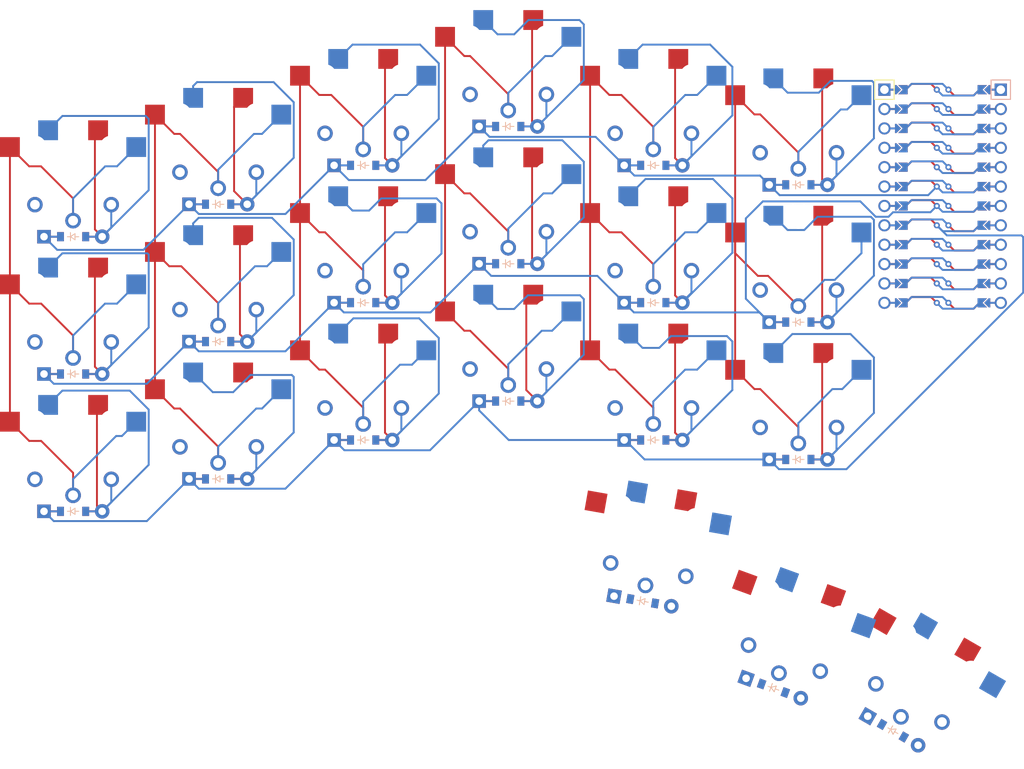
<source format=kicad_pcb>
(kicad_pcb (version 20211014) (generator pcbnew)
  (title_block (title "polarBoard") (rev "v1.0.0") (company "Unknown"))
  (layers (0 "F.Cu" signal) (31 "B.Cu" signal) (34 "B.Paste" user) (35 "F.Paste" user) (36 "B.SilkS" user "B.Silkscreen") (37 "F.SilkS" user "F.Silkscreen") (38 "B.Mask" user) (39 "F.Mask" user) (44 "Edge.Cuts" user))
  (net 0 "")
  (net 1 "pinkyreach_bottom")
  (net 2 "P21")
  (net 3 "P5")
  (net 4 "pinkyreach_home")
  (net 5 "P4")
  (net 6 "pinkyreach_top")
  (net 7 "P3")
  (net 8 "pinky_bottom")
  (net 9 "P20")
  (net 10 "pinky_home")
  (net 11 "pinky_top")
  (net 12 "ring_bottom")
  (net 13 "P19")
  (net 14 "ring_home")
  (net 15 "ring_top")
  (net 16 "middle_bottom")
  (net 17 "P18")
  (net 18 "middle_home")
  (net 19 "middle_top")
  (net 20 "index_bottom")
  (net 21 "P15")
  (net 22 "index_home")
  (net 23 "index_top")
  (net 24 "inner_bottom")
  (net 25 "P14")
  (net 26 "inner_home")
  (net 27 "inner_top")
  (net 28 "inner_default")
  (net 29 "P6")
  (net 30 "tucky_default")
  (net 31 "reachy_default")
  (net 32 "RAW")
  (net 33 "GND")
  (net 34 "RST")
  (net 35 "VCC")
  (net 36 "P16")
  (net 37 "P10")
  (net 38 "P1")
  (net 39 "P0")
  (net 40 "P2")
  (net 41 "P7")
  (net 42 "P8")
  (net 43 "P9")
  (footprint "PG1350" (layer "F.Cu") (at 19 -22.25 180)
    (fp_text reference "S10" hide)
    (fp_text value "" hide)
  )
  (footprint "PG1350" (layer "F.Cu") (at 38 -27.35)
    (fp_text reference "S15" hide)
    (fp_text value "" hide)
  )
  (footprint "ComboDiode" (layer "F.Cu") (at 95 -16.8)
    (fp_text reference "D17" hide)
    (fp_text value "" hide)
  )
  (footprint "ComboDiode" (layer "F.Cu") (at 19 3.75)
    (fp_text reference "D4" hide)
    (fp_text value "" hide)
  )
  (footprint "ComboDiode" (layer "F.Cu") (at 0 -28)
    (fp_text reference "D3" hide)
    (fp_text value "" hide)
  )
  (footprint "PG1350" (layer "F.Cu") (at 38 -45.35)
    (fp_text reference "S17" hide)
    (fp_text value "" hide)
  )
  (footprint "PG1350" (layer "F.Cu") (at 111.391942 29.828795 150)
    (fp_text reference "S42" hide)
    (fp_text value "" hide)
  )
  (footprint "PG1350" (layer "F.Cu") (at 76 11.9 -10)
    (fp_text reference "S37" hide)
    (fp_text value "" hide)
  )
  (footprint "ProMicro" (layer "F.Cu") (at 113.9 -33.3 -90)
    (fp_text reference "MCU1" hide)
    (fp_text value "")
  )
  (footprint "ComboDiode" (layer "F.Cu") (at 38 -37.35)
    (fp_text reference "D9" hide)
    (fp_text value "" hide)
  )
  (footprint "ComboDiode" (layer "F.Cu") (at 19 -32.25)
    (fp_text reference "D6" hide)
    (fp_text value "" hide)
  )
  (footprint "PG1350" (layer "F.Cu") (at 76 -45.35 180)
    (fp_text reference "S30" hide)
    (fp_text value "" hide)
  )
  (footprint "PG1350" (layer "F.Cu") (at 94.477475 23.672432 160)
    (fp_text reference "S40" hide)
    (fp_text value "" hide)
  )
  (footprint "PG1350" (layer "F.Cu") (at 111.391942 29.828795 -30)
    (fp_text reference "S41" hide)
    (fp_text value "" hide)
  )
  (footprint "PG1350" (layer "F.Cu") (at 95 -6.8)
    (fp_text reference "S31" hide)
    (fp_text value "" hide)
  )
  (footprint "PG1350" (layer "F.Cu") (at 95 -42.8 180)
    (fp_text reference "S36" hide)
    (fp_text value "" hide)
  )
  (footprint "PG1350" (layer "F.Cu") (at 76 -9.35)
    (fp_text reference "S25" hide)
    (fp_text value "" hide)
  )
  (footprint "ComboDiode" (layer "F.Cu") (at 0 8)
    (fp_text reference "D1" hide)
    (fp_text value "" hide)
  )
  (footprint "PG1350" (layer "F.Cu") (at 95 -24.8)
    (fp_text reference "S33" hide)
    (fp_text value "" hide)
  )
  (footprint "PG1350" (layer "F.Cu") (at 0 -18)
    (fp_text reference "S3" hide)
    (fp_text value "" hide)
  )
  (footprint "PG1350" (layer "F.Cu") (at 38 -9.35)
    (fp_text reference "S13" hide)
    (fp_text value "" hide)
  )
  (footprint "PG1350" (layer "F.Cu") (at 19 -22.25)
    (fp_text reference "S9" hide)
    (fp_text value "" hide)
  )
  (footprint "PG1350" (layer "F.Cu") (at 57 -50.45 180)
    (fp_text reference "S24" hide)
    (fp_text value "" hide)
  )
  (footprint "ComboDiode" (layer "F.Cu") (at 76 -1.35)
    (fp_text reference "D13" hide)
    (fp_text value "" hide)
  )
  (footprint "ComboDiode" (layer "F.Cu") (at 91.741314 31.189973 -20)
    (fp_text reference "D20" hide)
    (fp_text value "" hide)
  )
  (footprint "PG1350" (layer "F.Cu") (at 95 -24.8 180)
    (fp_text reference "S34" hide)
    (fp_text value "" hide)
  )
  (footprint "PG1350" (layer "F.Cu") (at 38 -45.35 180)
    (fp_text reference "S18" hide)
    (fp_text value "" hide)
  )
  (footprint "PG1350" (layer "F.Cu") (at 57 -32.45)
    (fp_text reference "S21" hide)
    (fp_text value "" hide)
  )
  (footprint "PG1350" (layer "F.Cu") (at 0 0 180)
    (fp_text reference "S2" hide)
    (fp_text value "" hide)
  )
  (footprint "ComboDiode" (layer "F.Cu") (at 38 -19.35)
    (fp_text reference "D8" hide)
    (fp_text value "" hide)
  )
  (footprint "PG1350" (layer "F.Cu") (at 19 -4.25 180)
    (fp_text reference "S8" hide)
    (fp_text value "" hide)
  )
  (footprint "ComboDiode" (layer "F.Cu") (at 57 -6.45)
    (fp_text reference "D10" hide)
    (fp_text value "" hide)
  )
  (footprint "PG1350" (layer "F.Cu") (at 19 -40.25 180)
    (fp_text reference "S12" hide)
    (fp_text value "" hide)
  )
  (footprint "ComboDiode" (layer "F.Cu") (at 107.391942 36.756998 -30)
    (fp_text reference "D21" hide)
    (fp_text value "" hide)
  )
  (footprint "ComboDiode" (layer "F.Cu") (at 76 -37.35)
    (fp_text reference "D15" hide)
    (fp_text value "" hide)
  )
  (footprint "PG1350" (layer "F.Cu") (at 0 -36 180)
    (fp_text reference "S6" hide)
    (fp_text value "" hide)
  )
  (footprint "ComboDiode" (layer "F.Cu") (at 0 -10)
    (fp_text reference "D2" hide)
    (fp_text value "" hide)
  )
  (footprint "PG1350" (layer "F.Cu") (at 57 -32.45 180)
    (fp_text reference "S22" hide)
    (fp_text value "" hide)
  )
  (footprint "PG1350" (layer "F.Cu") (at 57 -50.45)
    (fp_text reference "S23" hide)
    (fp_text value "" hide)
  )
  (footprint "PG1350" (layer "F.Cu") (at 0 0)
    (fp_text reference "S1" hide)
    (fp_text value "" hide)
  )
  (footprint "PG1350" (layer "F.Cu") (at 94.477475 23.672432 -20)
    (fp_text reference "S39" hide)
    (fp_text value "" hide)
  )
  (footprint "ComboDiode" (layer "F.Cu") (at 76 -19.35)
    (fp_text reference "D14" hide)
    (fp_text value "" hide)
  )
  (footprint "ComboDiode" (layer "F.Cu") (at 19 -14.25)
    (fp_text reference "D5" hide)
    (fp_text value "" hide)
  )
  (footprint "PG1350" (layer "F.Cu") (at 57 -14.45)
    (fp_text reference "S19" hide)
    (fp_text value "" hide)
  )
  (footprint "PG1350" (layer "F.Cu") (at 95 -6.8 180)
    (fp_text reference "S32" hide)
    (fp_text value "" hide)
  )
  (footprint "PG1350" (layer "F.Cu") (at 76 -27.35)
    (fp_text reference "S27" hide)
    (fp_text value "" hide)
  )
  (footprint "ComboDiode" (layer "F.Cu") (at 95 -34.8)
    (fp_text reference "D18" hide)
    (fp_text value "" hide)
  )
  (footprint "PG1350" (layer "F.Cu") (at 38 -9.35 180)
    (fp_text reference "S14" hide)
    (fp_text value "" hide)
  )
  (footprint "PG1350" (layer "F.Cu") (at 76 -45.35)
    (fp_text reference "S29" hide)
    (fp_text value "" hide)
  )
  (footprint "PG1350" (layer "F.Cu") (at 19 -40.25)
    (fp_text reference "S11" hide)
    (fp_text value "" hide)
  )
  (footprint "ComboDiode" (layer "F.Cu") (at 95 1.2)
    (fp_text reference "D16" hide)
    (fp_text value "" hide)
  )
  (footprint "PG1350" (layer "F.Cu") (at 0 -18 180)
    (fp_text reference "S4" hide)
    (fp_text value "" hide)
  )
  (footprint "PG1350" (layer "F.Cu") (at 76 11.9 170)
    (fp_text reference "S38" hide)
    (fp_text value "" hide)
  )
  (footprint "PG1350" (layer "F.Cu") (at 95 -42.8)
    (fp_text reference "S35" hide)
    (fp_text value "" hide)
  )
  (footprint "PG1350" (layer "F.Cu") (at 76 -9.35 180)
    (fp_text reference "S26" hide)
    (fp_text value "" hide)
  )
  (footprint "ComboDiode" (layer "F.Cu") (at 74.610815 19.778462 -10)
    (fp_text reference "D19" hide)
    (fp_text value "" hide)
  )
  (footprint "PG1350" (layer "F.Cu") (at 0 -36)
    (fp_text reference "S5" hide)
    (fp_text value "" hide)
  )
  (footprint "ComboDiode" (layer "F.Cu") (at 57 -42.45)
    (fp_text reference "D12" hide)
    (fp_text value "" hide)
  )
  (footprint "PG1350" (layer "F.Cu") (at 57 -14.45 180)
    (fp_text reference "S20" hide)
    (fp_text value "" hide)
  )
  (footprint "PG1350" (layer "F.Cu") (at 76 -27.35 180)
    (fp_text reference "S28" hide)
    (fp_text value "" hide)
  )
  (footprint "PG1350" (layer "F.Cu") (at 38 -27.35 180)
    (fp_text reference "S16" hide)
    (fp_text value "" hide)
  )
  (footprint "PG1350" (layer "F.Cu") (at 19 -4.25)
    (fp_text reference "S7" hide)
    (fp_text value "" hide)
  )
  (footprint "ComboDiode" (layer "F.Cu") (at 38 -1.35)
    (fp_text reference "D7" hide)
    (fp_text value "" hide)
  )
  (footprint "ComboDiode" (layer "F.Cu") (at 57 -24.45)
    (fp_text reference "D11" hide)
    (fp_text value "" hide)
  )
  (segment (start 3.124999 7.314999) (end 3.81 8) (width 0.25) (layer "F.Cu") (net 1))
  (segment (start 3.275 -5.95) (end 3.124999 -5.799999) (width 0.25) (layer "F.Cu") (net 1))
  (segment (start 3.124999 -5.799999) (end 3.124999 7.314999) (width 0.25) (layer "F.Cu") (net 1))
  (segment (start 3.81 8) (end 1.65 8) (width 0.25) (layer "F.Cu") (net 1))
  (segment (start -1.399999 -7.825001) (end 7.414999 -7.825001) (width 0.25) (layer "B.Cu") (net 1))
  (segment (start 5 3.8) (end 5 6.81) (width 0.25) (layer "B.Cu") (net 1))
  (segment (start 7.414999 -7.825001) (end 9.9 -5.34) (width 0.25) (layer "B.Cu") (net 1))
  (segment (start 9.9 1.91) (end 3.81 8) (width 0.25) (layer "B.Cu") (net 1))
  (segment (start -3.275 -5.95) (end -1.399999 -7.825001) (width 0.25) (layer "B.Cu") (net 1))
  (segment (start 3.81 8) (end 1.65 8) (width 0.25) (layer "B.Cu") (net 1))
  (segment (start 5 6.81) (end 3.81 8) (width 0.25) (layer "B.Cu") (net 1))
  (segment (start 9.9 -5.34) (end 9.9 1.91) (width 0.25) (layer "B.Cu") (net 1))
  (segment (start -8.275 -39.75) (end -5.750901 -37.225901) (width 0.25) (layer "F.Cu") (net 2))
  (segment (start -8.275 -21.75) (end -8.275 -3.75) (width 0.25) (layer "F.Cu") (net 2))
  (segment (start -5.750901 -37.225901) (end -4.205901 -37.225901) (width 0.25) (layer "F.Cu") (net 2))
  (segment (start -5.750901 -1.225901) (end -4.180902 -1.225901) (width 0.25) (layer "F.Cu") (net 2))
  (segment (start 0 2.955001) (end 0 5.9) (width 0.25) (layer "F.Cu") (net 2))
  (segment (start -4.205901 -37.225901) (end 0 -33.02) (width 0.25) (layer "F.Cu") (net 2))
  (segment (start -4.180902 -19.225901) (end 0 -15.044999) (width 0.25) (layer "F.Cu") (net 2))
  (segment (start -8.275 -21.75) (end -5.750901 -19.225901) (width 0.25) (layer "F.Cu") (net 2))
  (segment (start 0 -33.02) (end 0 -30.1) (width 0.25) (layer "F.Cu") (net 2))
  (segment (start -4.180902 -1.225901) (end 0 2.955001) (width 0.25) (layer "F.Cu") (net 2))
  (segment (start -5.750901 -19.225901) (end -4.180902 -19.225901) (width 0.25) (layer "F.Cu") (net 2))
  (segment (start 0 -15.044999) (end 0 -12.1) (width 0.25) (layer "F.Cu") (net 2))
  (segment (start -8.275 -39.75) (end -8.275 -21.75) (width 0.25) (layer "F.Cu") (net 2))
  (segment (start -8.275 -3.75) (end -5.750901 -1.225901) (width 0.25) (layer "F.Cu") (net 2))
  (segment (start 0 -15.044999) (end 0 -12.1) (width 0.25) (layer "B.Cu") (net 2))
  (segment (start 4.205901 -37.225901) (end 0 -33.02) (width 0.25) (layer "B.Cu") (net 2))
  (segment (start 5.750901 -19.225901) (end 4.180902 -19.225901) (width 0.25) (layer "B.Cu") (net 2))
  (segment (start 8.275 -39.75) (end 5.750901 -37.225901) (width 0.25) (layer "B.Cu") (net 2))
  (segment (start 8.275 -3.75) (end 6.399999 -1.874999) (width 0.25) (layer "B.Cu") (net 2))
  (segment (start 4.180902 -19.225901) (end 0 -15.044999) (width 0.25) (layer "B.Cu") (net 2))
  (segment (start 5.641313 -1.874999) (end 0 3.766314) (width 0.25) (layer "B.Cu") (net 2))
  (segment (start 8.275 -21.75) (end 5.750901 -19.225901) (width 0.25) (layer "B.Cu") (net 2))
  (segment (start 6.399999 -1.874999) (end 5.641313 -1.874999) (width 0.25) (layer "B.Cu") (net 2))
  (segment (start 0 3.766314) (end 0 5.9) (width 0.25) (layer "B.Cu") (net 2))
  (segment (start 0 -33.02) (end 0 -30.1) (width 0.25) (layer "B.Cu") (net 2))
  (segment (start 5.750901 -37.225901) (end 4.205901 -37.225901) (width 0.25) (layer "B.Cu") (net 2))
  (segment (start 74.35 -1.35) (end 72.19 -1.35) (width 0.25) (layer "F.Cu") (net 3))
  (segment (start 55.35 -6.45) (end 53.19 -6.45) (width 0.25) (layer "F.Cu") (net 3))
  (segment (start 36.35 -1.35) (end 34.19 -1.35) (width 0.25) (layer "F.Cu") (net 3))
  (segment (start -1.65 8) (end -3.81 8) (width 0.25) (layer "F.Cu") (net 3))
  (segment (start 93.35 1.2) (end 91.19 1.2) (width 0.25) (layer "F.Cu") (net 3))
  (segment (start 17.35 3.75) (end 15.19 3.75) (width 0.25) (layer "F.Cu") (net 3))
  (segment (start 46.74 0) (end 35.54 0) (width 0.25) (layer "B.Cu") (net 3))
  (segment (start 72.31 -1.35) (end 72.19 -1.35) (width 0.25) (layer "B.Cu") (net 3))
  (segment (start 72.19 -1.35) (end 57.07 -1.35) (width 0.25) (layer "B.Cu") (net 3))
  (segment (start 91.19 1.2) (end 92.4675 2.4775) (width 0.25) (layer "B.Cu") (net 3))
  (segment (start 53.19 -6.45) (end 46.74 0) (width 0.25) (layer "B.Cu") (net 3))
  (segment (start 16.4675 5.0275) (end 27.8125 5.0275) (width 0.25) (layer "B.Cu") (net 3))
  (segment (start 124.234 -28.166) (end 114.462 -28.166) (width 0.25) (layer "B.Cu") (net 3))
  (segment (start 92.4675 2.4775) (end 101.303491 2.4775) (width 0.25) (layer "B.Cu") (net 3))
  (segment (start -3.81 8) (end -2.5325 9.2775) (width 0.25) (layer "B.Cu") (net 3))
  (segment (start 53.19 -5.23) (end 53.19 -6.45) (width 0.25) (layer "B.Cu") (net 3))
  (segment (start 36.35 -1.35) (end 34.19 -1.35) (width 0.25) (layer "B.Cu") (net 3))
  (segment (start 124.46 -20.679009) (end 124.46 -27.94) (width 0.25) (layer "B.Cu") (net 3))
  (segment (start 35.54 0) (end 34.19 -1.35) (width 0.25) (layer "B.Cu") (net 3))
  (segment (start 114.462 -28.166) (end 113.138 -29.49) (width 0.25) (layer "B.Cu") (net 3))
  (segment (start -1.65 8) (end -3.81 8) (width 0.25) (layer "B.Cu") (net 3))
  (segment (start 74.86 1.2) (end 72.31 -1.35) (width 0.25) (layer "B.Cu") (net 3))
  (segment (start 55.35 -6.45) (end 53.19 -6.45) (width 0.25) (layer "B.Cu") (net 3))
  (segment (start 9.6625 9.2775) (end 15.19 3.75) (width 0.25) (layer "B.Cu") (net 3))
  (segment (start 17.35 3.75) (end 15.19 3.75) (width 0.25) (layer "B.Cu") (net 3))
  (segment (start 101.303491 2.4775) (end 124.46 -20.679009) (width 0.25) (layer "B.Cu") (net 3))
  (segment (start 57.07 -1.35) (end 53.19 -5.23) (width 0.25) (layer "B.Cu") (net 3))
  (segment (start 74.35 -1.35) (end 72.19 -1.35) (width 0.25) (layer "B.Cu") (net 3))
  (segment (start 124.46 -27.94) (end 124.234 -28.166) (width 0.25) (layer "B.Cu") (net 3))
  (segment (start 93.35 1.2) (end 91.19 1.2) (width 0.25) (layer "B.Cu") (net 3))
  (segment (start 15.19 3.75) (end 16.4675 5.0275) (width 0.25) (layer "B.Cu") (net 3))
  (segment (start 27.8125 5.0275) (end 34.19 -1.35) (width 0.25) (layer "B.Cu") (net 3))
  (segment (start 91.19 1.2) (end 74.86 1.2) (width 0.25) (layer "B.Cu") (net 3))
  (segment (start -2.5325 9.2775) (end 9.6625 9.2775) (width 0.25) (layer "B.Cu") (net 3))
  (segment (start 3.275 -23.95) (end 2.8575 -23.5325) (width 0.25) (layer "F.Cu") (net 4))
  (segment (start 2.8575 -23.5325) (end 2.8575 -10.9525) (width 0.25) (layer "F.Cu") (net 4))
  (segment (start 3.81 -10) (end 1.65 -10) (width 0.25) (layer "F.Cu") (net 4))
  (segment (start 2.8575 -10.9525) (end 3.81 -10) (width 0.25) (layer "F.Cu") (net 4))
  (segment (start 5 -14.2) (end 5 -11.19) (width 0.25) (layer "B.Cu") (net 4))
  (segment (start 9.734999 -25.825001) (end 9.9 -25.66) (width 0.25) (layer "B.Cu") (net 4))
  (segment (start -1.399999 -25.825001) (end 9.734999 -25.825001) (width 0.25) (layer "B.Cu") (net 4))
  (segment (start -3.275 -23.95) (end -1.399999 -25.825001) (width 0.25) (layer "B.Cu") (net 4))
  (segment (start 9.9 -25.66) (end 9.9 -16.09) (width 0.25) (layer "B.Cu") (net 4))
  (segment (start 5 -11.19) (end 3.81 -10) (width 0.25) (layer "B.Cu") (net 4))
  (segment (start 9.9 -16.09) (end 3.81 -10) (width 0.25) (layer "B.Cu") (net 4))
  (segment (start 3.81 -10) (end 1.65 -10) (width 0.25) (layer "B.Cu") (net 4))
  (segment (start 55.35 -24.45) (end 53.19 -24.45) (width 0.25) (layer "F.Cu") (net 5))
  (segment (start 34.19 -19.35) (end 36.35 -19.35) (width 0.25) (layer "F.Cu") (net 5))
  (segment (start 74.35 -19.35) (end 72.19 -19.35) (width 0.25) (layer "F.Cu") (net 5))
  (segment (start 17.35 -14.25) (end 15.19 -14.25) (width 0.25) (layer "F.Cu") (net 5))
  (segment (start -1.65 -10) (end -3.81 -10) (width 0.25) (layer "F.Cu") (net 5))
  (segment (start 93.35 -16.8) (end 91.19 -16.8) (width 0.25) (layer "F.Cu") (net 5))
  (segment (start 105.132387 -30.615) (end 103.122386 -32.625001) (width 0.25) (layer "B.Cu") (net 5))
  (segment (start 89.9175 -18.0725) (end 91.19 -16.8) (width 0.25) (layer "B.Cu") (net 5))
  (segment (start 46.8125 -18.0725) (end 53.19 -24.45) (width 0.25) (layer "B.Cu") (net 5))
  (segment (start 74.35 -19.35) (end 72.19 -19.35) (width 0.25) (layer "B.Cu") (net 5))
  (segment (start 17.35 -14.25) (end 15.19 -14.25) (width 0.25) (layer "B.Cu") (net 5))
  (segment (start 93.35 -16.8) (end 91.19 -16.8) (width 0.25) (layer "B.Cu") (net 5))
  (segment (start 34.19 -19.35) (end 35.4675 -18.0725) (width 0.25) (layer "B.Cu") (net 5))
  (segment (start 106.815 -30.615) (end 105.132387 -30.615) (width 0.25) (layer "B.Cu") (net 5))
  (segment (start 9.6625 -8.7225) (end 15.19 -14.25) (width 0.25) (layer "B.Cu") (net 5))
  (segment (start 54.78 -22.86) (end 68.68 -22.86) (width 0.25) (layer "B.Cu") (net 5))
  (segment (start 88.124999 -19.865001) (end 91.19 -16.8) (width 0.25) (layer "B.Cu") (net 5))
  (segment (start 15.19 -14.25) (end 16.4675 -12.9725) (width 0.25) (layer "B.Cu") (net 5))
  (segment (start 88.124999 -30.399999) (end 88.124999 -19.865001) (width 0.25) (layer "B.Cu") (net 5))
  (segment (start 103.122386 -32.625001) (end 90.350001 -32.625001) (width 0.25) (layer "B.Cu") (net 5))
  (segment (start 53.19 -24.45) (end 54.78 -22.86) (width 0.25) (layer "B.Cu") (net 5))
  (segment (start 68.68 -22.86) (end 72.19 -19.35) (width 0.25) (layer "B.Cu") (net 5))
  (segment (start -3.81 -10) (end -2.5325 -8.7225) (width 0.25) (layer "B.Cu") (net 5))
  (segment (start 90.350001 -32.625001) (end 88.124999 -30.399999) (width 0.25) (layer "B.Cu") (net 5))
  (segment (start 36.35 -19.35) (end 34.19 -19.35) (width 0.25) (layer "B.Cu") (net 5))
  (segment (start 112.313 -31.205) (end 107.405 -31.205) (width 0.25) (layer "B.Cu") (net 5))
  (segment (start 55.35 -24.45) (end 53.19 -24.45) (width 0.25) (layer "B.Cu") (net 5))
  (segment (start -1.65 -10) (end -3.81 -10) (width 0.25) (layer "B.Cu") (net 5))
  (segment (start 72.19 -19.35) (end 73.4675 -18.0725) (width 0.25) (layer "B.Cu") (net 5))
  (segment (start 113.138 -32.03) (end 112.313 -31.205) (width 0.25) (layer "B.Cu") (net 5))
  (segment (start 16.4675 -12.9725) (end 27.8125 -12.9725) (width 0.25) (layer "B.Cu") (net 5))
  (segment (start 27.8125 -12.9725) (end 34.19 -19.35) (width 0.25) (layer "B.Cu") (net 5))
  (segment (start -2.5325 -8.7225) (end 9.6625 -8.7225) (width 0.25) (layer "B.Cu") (net 5))
  (segment (start 73.4675 -18.0725) (end 89.9175 -18.0725) (width 0.25) (layer "B.Cu") (net 5))
  (segment (start 107.405 -31.205) (end 106.815 -30.615) (width 0.25) (layer "B.Cu") (net 5))
  (segment (start 35.4675 -18.0725) (end 46.8125 -18.0725) (width 0.25) (layer "B.Cu") (net 5))
  (segment (start 2.8575 -41.5325) (end 2.8575 -28.9525) (width 0.25) (layer "F.Cu") (net 6))
  (segment (start 3.81 -28) (end 1.65 -28) (width 0.25) (layer "F.Cu") (net 6))
  (segment (start 3.275 -41.95) (end 2.8575 -41.5325) (width 0.25) (layer "F.Cu") (net 6))
  (segment (start 2.8575 -28.9525) (end 3.81 -28) (width 0.25) (layer "F.Cu") (net 6))
  (segment (start 3.81 -28) (end 1.65 -28) (width 0.25) (layer "B.Cu") (net 6))
  (segment (start -1.399999 -43.825001) (end 9.514999 -43.825001) (width 0.25) (layer "B.Cu") (net 6))
  (segment (start -3.275 -41.95) (end -1.399999 -43.825001) (width 0.25) (layer "B.Cu") (net 6))
  (segment (start 9.514999 -43.825001) (end 9.9 -43.44) (width 0.25) (layer "B.Cu") (net 6))
  (segment (start 5 -32.2) (end 5 -29.19) (width 0.25) (layer "B.Cu") (net 6))
  (segment (start 9.9 -34.09) (end 3.81 -28) (width 0.25) (layer "B.Cu") (net 6))
  (segment (start 9.9 -43.44) (end 9.9 -34.09) (width 0.25) (layer "B.Cu") (net 6))
  (segment (start 5 -29.19) (end 3.81 -28) (width 0.25) (layer "B.Cu") (net 6))
  (segment (start 55.35 -42.45) (end 53.19 -42.45) (width 0.25) (layer "F.Cu") (net 7))
  (segment (start 17.35 -32.25) (end 15.19 -32.25) (width 0.25) (layer "F.Cu") (net 7))
  (segment (start -1.65 -28) (end -3.81 -28) (width 0.25) (layer "F.Cu") (net 7))
  (segment (start 93.35 -34.8) (end 91.19 -34.8) (width 0.25) (layer "F.Cu") (net 7))
  (segment (start 74.35 -37.35) (end 72.19 -37.35) (width 0.25) (layer "F.Cu") (net 7))
  (segment (start 34.19 -37.35) (end 36.35 -37.35) (width 0.25) (layer "F.Cu") (net 7))
  (segment (start 16.4675 -30.9725) (end 27.8125 -30.9725) (width 0.25) (layer "B.Cu") (net 7))
  (segment (start 89.98 -36.01) (end 91.19 -34.8) (width 0.25) (layer "B.Cu") (net 7))
  (segment (start 36.116651 -35.423349) (end 46.163349 -35.423349) (width 0.25) (layer "B.Cu") (net 7))
  (segment (start 73.53 -36.01) (end 89.98 -36.01) (width 0.25) (layer "B.Cu") (net 7))
  (segment (start 17.35 -32.25) (end 15.19 -32.25) (width 0.25) (layer "B.Cu") (net 7))
  (segment (start 15.19 -32.25) (end 16.4675 -30.9725) (width 0.25) (layer "B.Cu") (net 7))
  (segment (start -1.65 -28) (end -3.81 -28) (width 0.25) (layer "B.Cu") (net 7))
  (segment (start 74.35 -37.35) (end 72.19 -37.35) (width 0.25) (layer "B.Cu") (net 7))
  (segment (start 53.19 -42.45) (end 54.55 -41.09) (width 0.25) (layer "B.Cu") (net 7))
  (segment (start 9.215001 -26.275001) (end 15.19 -32.25) (width 0.25) (layer "B.Cu") (net 7))
  (segment (start 27.8125 -30.9725) (end 34.19 -37.35) (width 0.25) (layer "B.Cu") (net 7))
  (segment (start 54.55 -41.09) (end 68.45 -41.09) (width 0.25) (layer "B.Cu") (net 7))
  (segment (start 92.545 -33.445) (end 112.013 -33.445) (width 0.25) (layer "B.Cu") (net 7))
  (segment (start 36.35 -37.35) (end 34.19 -37.35) (width 0.25) (layer "B.Cu") (net 7))
  (segment (start 112.013 -33.445) (end 113.138 -34.57) (width 0.25) (layer "B.Cu") (net 7))
  (segment (start 72.19 -37.35) (end 73.53 -36.01) (width 0.25) (layer "B.Cu") (net 7))
  (segment (start 46.163349 -35.423349) (end 53.19 -42.45) (width 0.25) (layer "B.Cu") (net 7))
  (segment (start 55.35 -42.45) (end 53.19 -42.45) (width 0.25) (layer "B.Cu") (net 7))
  (segment (start 34.19 -37.35) (end 36.116651 -35.423349) (width 0.25) (layer "B.Cu") (net 7))
  (segment (start -2.085001 -26.275001) (end 9.215001 -26.275001) (width 0.25) (layer "B.Cu") (net 7))
  (segment (start -3.81 -28) (end -2.085001 -26.275001) (width 0.25) (layer "B.Cu") (net 7))
  (segment (start 93.35 -34.8) (end 91.19 -34.8) (width 0.25) (layer "B.Cu") (net 7))
  (segment (start 91.19 -34.8) (end 92.545 -33.445) (width 0.25) (layer "B.Cu") (net 7))
  (segment (start 68.45 -41.09) (end 72.19 -37.35) (width 0.25) (layer "B.Cu") (net 7))
  (segment (start 22.81 3.75) (end 20.65 3.75) (width 0.25) (layer "F.Cu") (net 8))
  (segment (start 24 -0.45) (end 24 2.56) (width 0.25) (layer "B.Cu") (net 8))
  (segment (start 20.968348 -7.62) (end 23.223349 -9.875001) (width 0.25) (layer "B.Cu") (net 8))
  (segment (start 23.223349 -9.875001) (end 28.649999 -9.875001) (width 0.25) (layer "B.Cu") (net 8))
  (segment (start 18.305 -7.62) (end 20.968348 -7.62) (width 0.25) (layer "B.Cu") (net 8))
  (segment (start 28.9 -2.34) (end 22.81 3.75) (width 0.25) (layer "B.Cu") (net 8))
  (segment (start 15.725 -10.2) (end 18.305 -7.62) (width 0.25) (layer "B.Cu") (net 8))
  (segment (start 22.81 3.75) (end 20.65 3.75) (width 0.25) (layer "B.Cu") (net 8))
  (segment (start 28.649999 -9.875001) (end 28.9 -9.625) (width 0.25) (layer "B.Cu") (net 8))
  (segment (start 28.9 -9.625) (end 28.9 -2.34) (width 0.25) (layer "B.Cu") (net 8))
  (segment (start 24 2.56) (end 22.81 3.75) (width 0.25) (layer "B.Cu") (net 8))
  (segment (start 14.17 -24.124999) (end 19 -19.294999) (width 0.25) (layer "F.Cu") (net 9))
  (segment (start 10.725 -44) (end 10.725 -26) (width 0.25) (layer "F.Cu") (net 9))
  (segment (start 13.249099 -5.475901) (end 14.007785 -5.475901) (width 0.25) (layer "F.Cu") (net 9))
  (segment (start 12.600001 -24.124999) (end 14.17 -24.124999) (width 0.25) (layer "F.Cu") (net 9))
  (segment (start 14.007785 -41.475901) (end 19 -36.483686) (width 0.25) (layer "F.Cu") (net 9))
  (segment (start 19 -0.483686) (end 19 1.65) (width 0.25) (layer "F.Cu") (net 9))
  (segment (start 13.249099 -41.475901) (end 14.007785 -41.475901) (width 0.25) (layer "F.Cu") (net 9))
  (segment (start 19 -19.294999) (end 19 -16.35) (width 0.25) (layer "F.Cu") (net 9))
  (segment (start 10.725 -26) (end 12.600001 -24.124999) (width 0.25) (layer "F.Cu") (net 9))
  (segment (start 19 -36.483686) (end 19 -34.35) (width 0.25) (layer "F.Cu") (net 9))
  (segment (start 10.725 -44) (end 13.249099 -41.475901) (width 0.25) (layer "F.Cu") (net 9))
  (segment (start 10.725 -8) (end 13.249099 -5.475901) (width 0.25) (layer "F.Cu") (net 9))
  (segment (start 14.007785 -5.475901) (end 19 -0.483686) (width 0.25) (layer "F.Cu") (net 9))
  (segment (start 10.725 -26) (end 10.725 -8) (width 0.25) (layer "F.Cu") (net 9))
  (segment (start 19 -19.294999) (end 19 -16.35) (width 0.25) (layer "B.Cu") (net 9))
  (segment (start 23.83 -24.124999) (end 19 -19.294999) (width 0.25) (layer "B.Cu") (net 9))
  (segment (start 24.750901 -41.475901) (end 23.695901 -41.475901) (width 0.25) (layer "B.Cu") (net 9))
  (segment (start 27.275 -8) (end 24.750901 -5.475901) (width 0.25) (layer "B.Cu") (net 9))
  (segment (start 27.275 -26) (end 25.399999 -24.124999) (width 0.25) (layer "B.Cu") (net 9))
  (segment (start 27.275 -44) (end 24.750901 -41.475901) (width 0.25) (layer "B.Cu") (net 9))
  (segment (start 23.695901 -41.475901) (end 19 -36.78) (width 0.25) (layer "B.Cu") (net 9))
  (segment (start 25.399999 -24.124999) (end 23.83 -24.124999) (width 0.25) (layer "B.Cu") (net 9))
  (segment (start 23.992215 -5.475901) (end 19 -0.483686) (width 0.25) (layer "B.Cu") (net 9))
  (segment (start 19 -36.78) (end 19 -34.35) (width 0.25) (layer "B.Cu") (net 9))
  (segment (start 19 -0.483686) (end 19 1.65) (width 0.25) (layer "B.Cu") (net 9))
  (segment (start 24.750901 -5.475901) (end 23.992215 -5.475901) (width 0.25) (layer "B.Cu") (net 9))
  (segment (start 21.8575 -15.2025) (end 22.81 -14.25) (width 0.25) (layer "F.Cu") (net 10))
  (segment (start 21.8575 -27.7825) (end 21.8575 -15.2025) (width 0.25) (layer "F.Cu") (net 10))
  (segment (start 22.275 -28.2) (end 21.8575 -27.7825) (width 0.25) (layer "F.Cu") (net 10))
  (segment (start 22.81 -14.25) (end 20.65 -14.25) (width 0.25) (layer "F.Cu") (net 10))
  (segment (start 24 -15.44) (end 22.81 -14.25) (width 0.25) (layer "B.Cu") (net 10))
  (segment (start 15.725 -29.75) (end 16.455 -30.48) (width 0.25) (layer "B.Cu") (net 10))
  (segment (start 26.045 -30.48) (end 28.9 -27.625) (width 0.25) (layer "B.Cu") (net 10))
  (segment (start 15.725 -28.2) (end 15.725 -29.75) (width 0.25) (layer "B.Cu") (net 10))
  (segment (start 28.9 -27.625) (end 28.9 -20.34) (width 0.25) (layer "B.Cu") (net 10))
  (segment (start 24 -18.45) (end 24 -15.44) (width 0.25) (layer "B.Cu") (net 10))
  (segment (start 22.81 -14.25) (end 20.65 -14.25) (width 0.25) (layer "B.Cu") (net 10))
  (segment (start 16.455 -30.48) (end 26.045 -30.48) (width 0.25) (layer "B.Cu") (net 10))
  (segment (start 28.9 -20.34) (end 22.81 -14.25) (width 0.25) (layer "B.Cu") (net 10))
  (segment (start 22.275 -46.2) (end 21.089501 -45.014501) (width 0.25) (layer "F.Cu") (net 11))
  (segment (start 21.089501 -45.014501) (end 21.089501 -33.970499) (width 0.25) (layer "F.Cu") (net 11))
  (segment (start 21.089501 -33.970499) (end 22.81 -32.25) (width 0.25) (layer "F.Cu") (net 11))
  (segment (start 22.81 -32.25) (end 20.65 -32.25) (width 0.25) (layer "F.Cu") (net 11))
  (segment (start 15.725 -46.2) (end 15.725 -47.75) (width 0.25) (layer "B.Cu") (net 11))
  (segment (start 26.265 -48.26) (end 28.9 -45.625) (width 0.25) (layer "B.Cu") (net 11))
  (segment (start 16.235 -48.26) (end 26.265 -48.26) (width 0.25) (layer "B.Cu") (net 11))
  (segment (start 15.725 -47.75) (end 16.235 -48.26) (width 0.25) (layer "B.Cu") (net 11))
  (segment (start 24 -36.45) (end 24 -33.44) (width 0.25) (layer "B.Cu") (net 11))
  (segment (start 22.81 -32.25) (end 20.65 -32.25) (width 0.25) (layer "B.Cu") (net 11))
  (segment (start 28.9 -38.34) (end 22.81 -32.25) (width 0.25) (layer "B.Cu") (net 11))
  (segment (start 24 -33.44) (end 22.81 -32.25) (width 0.25) (layer "B.Cu") (net 11))
  (segment (start 28.9 -45.625) (end 28.9 -38.34) (width 0.25) (layer "B.Cu") (net 11))
  (segment (start 40.8575 -14.8825) (end 40.8575 -2.3025) (width 0.25) (layer "F.Cu") (net 12))
  (segment (start 40.8575 -2.3025) (end 41.81 -1.35) (width 0.25) (layer "F.Cu") (net 12))
  (segment (start 41.275 -15.3) (end 40.8575 -14.8825) (width 0.25) (layer "F.Cu") (net 12))
  (segment (start 41.81 -1.35) (end 39.65 -1.35) (width 0.25) (layer "F.Cu") (net 12))
  (segment (start 36.720001 -17.295001) (end 45.329999 -17.295001) (width 0.25) (layer "B.Cu") (net 12))
  (segment (start 34.725 -15.3) (end 36.720001 -17.295001) (width 0.25) (layer "B.Cu") (net 12))
  (segment (start 43 -5.55) (end 43 -2.54) (width 0.25) (layer "B.Cu") (net 12))
  (segment (start 41.81 -1.35) (end 39.65 -1.35) (width 0.25) (layer "B.Cu") (net 12))
  (segment (start 47.9 -7.44) (end 41.81 -1.35) (width 0.25) (layer "B.Cu") (net 12))
  (segment (start 45.329999 -17.295001) (end 47.9 -14.725) (width 0.25) (layer "B.Cu") (net 12))
  (segment (start 47.9 -14.725) (end 47.9 -7.44) (width 0.25) (layer "B.Cu") (net 12))
  (segment (start 43 -2.54) (end 41.81 -1.35) (width 0.25) (layer "B.Cu") (net 12))
  (segment (start 33.007785 -28.575901) (end 38 -23.583686) (width 0.25) (layer "F.Cu") (net 13))
  (segment (start 38 -42.394999) (end 38 -39.45) (width 0.25) (layer "F.Cu") (net 13))
  (segment (start 32.249099 -28.575901) (end 33.007785 -28.575901) (width 0.25) (layer "F.Cu") (net 13))
  (segment (start 33.819098 -46.575901) (end 38 -42.394999) (width 0.25) (layer "F.Cu") (net 13))
  (segment (start 29.725 -49.1) (end 29.725 -31.1) (width 0.25) (layer "F.Cu") (net 13))
  (segment (start 32.249099 -10.575901) (end 33.007785 -10.575901) (width 0.25) (layer "F.Cu") (net 13))
  (segment (start 29.725 -31.1) (end 29.725 -13.1) (width 0.25) (layer "F.Cu") (net 13))
  (segment (start 29.725 -31.1) (end 32.249099 -28.575901) (width 0.25) (layer "F.Cu") (net 13))
  (segment (start 38 -23.583686) (end 38 -21.45) (width 0.25) (layer "F.Cu") (net 13))
  (segment (start 33.007785 -10.575901) (end 38 -5.583686) (width 0.25) (layer "F.Cu") (net 13))
  (segment (start 38 -5.583686) (end 38 -3.45) (width 0.25) (layer "F.Cu") (net 13))
  (segment (start 29.725 -13.1) (end 32.249099 -10.575901) (width 0.25) (layer "F.Cu") (net 13))
  (segment (start 29.725 -49.1) (end 32.249099 -46.575901) (width 0.25) (layer "F.Cu") (net 13))
  (segment (start 32.249099 -46.575901) (end 33.819098 -46.575901) (width 0.25) (layer "F.Cu") (net 13))
  (segment (start 38 -24.394999) (end 38 -21.45) (width 0.25) (layer "B.Cu") (net 13))
  (segment (start 42.180902 -46.575901) (end 38 -42.394999) (width 0.25) (layer "B.Cu") (net 13))
  (segment (start 43.750901 -46.575901) (end 42.180902 -46.575901) (width 0.25) (layer "B.Cu") (net 13))
  (segment (start 46.275 -13.1) (end 44.399999 -11.224999) (width 0.25) (layer "B.Cu") (net 13))
  (segment (start 44.399999 -11.224999) (end 42.83 -11.224999) (width 0.25) (layer "B.Cu") (net 13))
  (segment (start 38 -6.394999) (end 38 -3.45) (width 0.25) (layer "B.Cu") (net 13))
  (segment (start 42.83 -11.224999) (end 38 -6.394999) (width 0.25) (layer "B.Cu") (net 13))
  (segment (start 43.750901 -28.575901) (end 42.180902 -28.575901) (width 0.25) (layer "B.Cu") (net 13))
  (segment (start 46.275 -31.1) (end 43.750901 -28.575901) (width 0.25) (layer "B.Cu") (net 13))
  (segment (start 38 -42.394999) (end 38 -39.45) (width 0.25) (layer "B.Cu") (net 13))
  (segment (start 42.180902 -28.575901) (end 38 -24.394999) (width 0.25) (layer "B.Cu") (net 13))
  (segment (start 46.275 -49.1) (end 43.750901 -46.575901) (width 0.25) (layer "B.Cu") (net 13))
  (segment (start 41.275 -33.3) (end 40.8575 -32.8825) (width 0.25) (layer "F.Cu") (net 14))
  (segment (start 40.8575 -20.3025) (end 41.81 -19.35) (width 0.25) (layer "F.Cu") (net 14))
  (segment (start 39.65 -19.35) (end 41.81 -19.35) (width 0.25) (layer "F.Cu") (net 14))
  (segment (start 40.8575 -32.8825) (end 40.8575 -20.3025) (width 0.25) (layer "F.Cu") (net 14))
  (segment (start 43 -20.54) (end 41.81 -19.35) (width 0.25) (layer "B.Cu") (net 14))
  (segment (start 41.81 -19.35) (end 39.65 -19.35) (width 0.25) (layer "B.Cu") (net 14))
  (segment (start 43 -23.55) (end 43 -20.54) (width 0.25) (layer "B.Cu") (net 14))
  (segment (start 34.725 -33.3) (end 36.600001 -31.424999) (width 0.25) (layer "B.Cu") (net 14))
  (segment (start 38.776651 -31.424999) (end 40.371652 -33.02) (width 0.25) (layer "B.Cu") (net 14))
  (segment (start 40.371652 -33.02) (end 47.605 -33.02) (width 0.25) (layer "B.Cu") (net 14))
  (segment (start 47.605 -33.02) (end 48.26 -32.365) (width 0.25) (layer "B.Cu") (net 14))
  (segment (start 48.26 -32.365) (end 48.26 -25.8) (width 0.25) (layer "B.Cu") (net 14))
  (segment (start 36.600001 -31.424999) (end 38.776651 -31.424999) (width 0.25) (layer "B.Cu") (net 14))
  (segment (start 48.26 -25.8) (end 41.81 -19.35) (width 0.25) (layer "B.Cu") (net 14))
  (segment (start 39.65 -37.35) (end 41.81 -37.35) (width 0.25) (layer "F.Cu") (net 15))
  (segment (start 40.8575 -38.3025) (end 41.81 -37.35) (width 0.25) (layer "F.Cu") (net 15))
  (segment (start 40.8575 -50.8825) (end 40.8575 -38.3025) (width 0.25) (layer "F.Cu") (net 15))
  (segment (start 41.275 -51.3) (end 40.8575 -50.8825) (width 0.25) (layer "F.Cu") (net 15))
  (segment (start 47.9 -50.725) (end 47.9 -43.44) (width 0.25) (layer "B.Cu") (net 15))
  (segment (start 43 -38.54) (end 41.81 -37.35) (width 0.25) (layer "B.Cu") (net 15))
  (segment (start 36.600001 -53.175001) (end 45.449999 -53.175001) (width 0.25) (layer "B.Cu") (net 15))
  (segment (start 47.9 -43.44) (end 41.81 -37.35) (width 0.25) (layer "B.Cu") (net 15))
  (segment (start 41.81 -37.35) (end 39.65 -37.35) (width 0.25) (layer "B.Cu") (net 15))
  (segment (start 43 -41.55) (end 43 -38.54) (width 0.25) (layer "B.Cu") (net 15))
  (segment (start 45.449999 -53.175001) (end 47.9 -50.725) (width 0.25) (layer "B.Cu") (net 15))
  (segment (start 34.725 -51.3) (end 36.600001 -53.175001) (width 0.25) (layer "B.Cu") (net 15))
  (segment (start 60.275 -20.4) (end 59.365498 -19.490498) (width 0.25) (layer "F.Cu") (net 16))
  (segment (start 60.81 -6.45) (end 58.65 -6.45) (width 0.25) (layer "F.Cu") (net 16))
  (segment (start 59.365498 -7.894502) (end 60.81 -6.45) (width 0.25) (layer "F.Cu") (net 16))
  (segment (start 59.365498 -19.490498) (end 59.365498 -7.894502) (width 0.25) (layer "F.Cu") (net 16))
  (segment (start 60.81 -6.45) (end 58.65 -6.45) (width 0.25) (layer "B.Cu") (net 16))
  (segment (start 55.600001 -18.524999) (end 53.725 -20.4) (width 0.25) (layer "B.Cu") (net 16))
  (segment (start 59.571652 -20.32) (end 57.776651 -18.524999) (width 0.25) (layer "B.Cu") (net 16))
  (segment (start 66.405 -20.32) (end 59.571652 -20.32) (width 0.25) (layer "B.Cu") (net 16))
  (segment (start 66.9 -12.54) (end 60.81 -6.45) (width 0.25) (layer "B.Cu") (net 16))
  (segment (start 62 -10.65) (end 62 -7.64) (width 0.25) (layer "B.Cu") (net 16))
  (segment (start 66.9 -19.825) (end 66.9 -12.54) (width 0.25) (layer "B.Cu") (net 16))
  (segment (start 57.776651 -18.524999) (end 55.600001 -18.524999) (width 0.25) (layer "B.Cu") (net 16))
  (segment (start 66.9 -19.825) (end 66.405 -20.32) (width 0.25) (layer "B.Cu") (net 16))
  (segment (start 62 -7.64) (end 60.81 -6.45) (width 0.25) (layer "B.Cu") (net 16))
  (segment (start 51.249099 -51.675901) (end 52.007785 -51.675901) (width 0.25) (layer "F.Cu") (net 17))
  (segment (start 51.249099 -15.675901) (end 52.007785 -15.675901) (width 0.25) (layer "F.Cu") (net 17))
  (segment (start 48.725 -54.2) (end 51.249099 -51.675901) (width 0.25) (layer "F.Cu") (net 17))
  (segment (start 51.249099 -33.675901) (end 52.007785 -33.675901) (width 0.25) (layer "F.Cu") (net 17))
  (segment (start 48.725 -36.2) (end 48.725 -18.2) (width 0.25) (layer "F.Cu") (net 17))
  (segment (start 52.007785 -51.675901) (end 57 -46.683686) (width 0.25) (layer "F.Cu") (net 17))
  (segment (start 48.725 -36.2) (end 51.249099 -33.675901) (width 0.25) (layer "F.Cu") (net 17))
  (segment (start 52.007785 -33.675901) (end 57 -28.683686) (width 0.25) (layer "F.Cu") (net 17))
  (segment (start 48.725 -18.2) (end 51.249099 -15.675901) (width 0.25) (layer "F.Cu") (net 17))
  (segment (start 57 -10.683686) (end 57 -8.55) (width 0.25) (layer "F.Cu") (net 17))
  (segment (start 48.725 -54.2) (end 48.725 -36.2) (width 0.25) (layer "F.Cu") (net 17))
  (segment (start 57 -28.683686) (end 57 -26.55) (width 0.25) (layer "F.Cu") (net 17))
  (segment (start 57 -46.683686) (end 57 -44.55) (width 0.25) (layer "F.Cu") (net 17))
  (segment (start 52.007785 -15.675901) (end 57 -10.683686) (width 0.25) (layer "F.Cu") (net 17))
  (segment (start 65.275 -36.2) (end 62.750901 -33.675901) (width 0.25) (layer "B.Cu") (net 17))
  (segment (start 65.275 -54.2) (end 62.750901 -51.675901) (width 0.25) (layer "B.Cu") (net 17))
  (segment (start 57 -11.28) (end 57 -8.55) (width 0.25) (layer "B.Cu") (net 17))
  (segment (start 62.750901 -33.675901) (end 61.615901 -33.675901) (width 0.25) (layer "B.Cu") (net 17))
  (segment (start 61.395901 -15.675901) (end 57 -11.28) (width 0.25) (layer "B.Cu") (net 17))
  (segment (start 62.750901 -51.675901) (end 61.835901 -51.675901) (width 0.25) (layer "B.Cu") (net 17))
  (segment (start 57 -29.06) (end 57 -26.55) (width 0.25) (layer "B.Cu") (net 17))
  (segment (start 61.615901 -33.675901) (end 57 -29.06) (width 0.25) (layer "B.Cu") (net 17))
  (segment (start 62.750901 -15.675901) (end 61.395901 -15.675901) (width 0.25) (layer "B.Cu") (net 17))
  (segment (start 65.275 -18.2) (end 62.750901 -15.675901) (width 0.25) (layer "B.Cu") (net 17))
  (segment (start 61.835901 -51.675901) (end 57 -46.84) (width 0.25) (layer "B.Cu") (net 17))
  (segment (start 57 -46.84) (end 57 -44.55) (width 0.25) (layer "B.Cu") (net 17))
  (segment (start 60.124999 -38.249999) (end 60.124999 -25.135001) (width 0.25) (layer "F.Cu") (net 18))
  (segment (start 60.81 -24.45) (end 58.65 -24.45) (width 0.25) (layer "F.Cu") (net 18))
  (segment (start 60.124999 -25.135001) (end 60.81 -24.45) (width 0.25) (layer "F.Cu") (net 18))
  (segment (start 60.275 -38.4) (end 60.124999 -38.249999) (width 0.25) (layer "F.Cu") (net 18))
  (segment (start 53.725 -39.95) (end 54.415 -40.64) (width 0.25) (layer "B.Cu") (net 18))
  (segment (start 62 -28.65) (end 62 -25.64) (width 0.25) (layer "B.Cu") (net 18))
  (segment (start 66.9 -37.825) (end 66.9 -30.54) (width 0.25) (layer "B.Cu") (net 18))
  (segment (start 54.415 -40.64) (end 64.085 -40.64) (width 0.25) (layer "B.Cu") (net 18))
  (segment (start 53.725 -38.4) (end 53.725 -39.95) (width 0.25) (layer "B.Cu") (net 18))
  (segment (start 64.085 -40.64) (end 66.9 -37.825) (width 0.25) (layer "B.Cu") (net 18))
  (segment (start 60.81 -24.45) (end 58.65 -24.45) (width 0.25) (layer "B.Cu") (net 18))
  (segment (start 66.9 -30.54) (end 60.81 -24.45) (width 0.25) (layer "B.Cu") (net 18))
  (segment (start 62 -25.64) (end 60.81 -24.45) (width 0.25) (layer "B.Cu") (net 18))
  (segment (start 60.275 -56.4) (end 60.124999 -56.249999) (width 0.25) (layer "F.Cu") (net 19))
  (segment (start 60.124999 -43.135001) (end 60.81 -42.45) (width 0.25) (layer "F.Cu") (net 19))
  (segment (start 60.124999 -56.249999) (end 60.124999 -43.135001) (width 0.25) (layer "F.Cu") (net 19))
  (segment (start 60.81 -42.45) (end 58.65 -42.45) (width 0.25) (layer "F.Cu") (net 19))
  (segment (start 57.776651 -54.524999) (end 59.651652 -56.4) (width 0.25) (layer "B.Cu") (net 19))
  (segment (start 62 -46.65) (end 62 -43.64) (width 0.25) (layer "B.Cu") (net 19))
  (segment (start 62 -43.64) (end 60.81 -42.45) (width 0.25) (layer "B.Cu") (net 19))
  (segment (start 66.9 -55.825) (end 66.9 -48.54) (width 0.25) (layer "B.Cu") (net 19))
  (segment (start 66.325 -56.4) (end 66.9 -55.825) (width 0.25) (layer "B.Cu") (net 19))
  (segment (start 59.651652 -56.4) (end 66.325 -56.4) (width 0.25) (layer "B.Cu") (net 19))
  (segment (start 60.81 -42.45) (end 58.65 -42.45) (width 0.25) (layer "B.Cu") (net 19))
  (segment (start 66.9 -48.54) (end 60.81 -42.45) (width 0.25) (layer "B.Cu") (net 19))
  (segment (start 53.725 -56.4) (end 55.600001 -54.524999) (width 0.25) (layer "B.Cu") (net 19))
  (segment (start 55.600001 -54.524999) (end 57.776651 -54.524999) (width 0.25) (layer "B.Cu") (net 19))
  (segment (start 79.81 -1.35) (end 77.65 -1.35) (width 0.25) (layer "F.Cu") (net 20))
  (segment (start 79.275 -15.3) (end 78.8575 -14.8825) (width 0.25) (layer "F.Cu") (net 20))
  (segment (start 78.8575 -14.8825) (end 78.8575 -2.3025) (width 0.25) (layer "F.Cu") (net 20))
  (segment (start 78.8575 -2.3025) (end 79.81 -1.35) (width 0.25) (layer "F.Cu") (net 20))
  (segment (start 72.725 -15.3) (end 74.600001 -13.424999) (width 0.25) (layer "B.Cu") (net 20))
  (segment (start 86.36 -7.9) (end 79.81 -1.35) (width 0.25) (layer "B.Cu") (net 20))
  (segment (start 74.600001 -13.424999) (end 76.776651 -13.424999) (width 0.25) (layer "B.Cu") (net 20))
  (segment (start 81 -2.54) (end 79.81 -1.35) (width 0.25) (layer "B.Cu") (net 20))
  (segment (start 78.326653 -14.975001) (end 85.649999 -14.975001) (width 0.25) (layer "B.Cu") (net 20))
  (segment (start 81 -5.55) (end 81 -2.54) (width 0.25) (layer "B.Cu") (net 20))
  (segment (start 79.81 -1.35) (end 77.65 -1.35) (width 0.25) (layer "B.Cu") (net 20))
  (segment (start 85.649999 -14.975001) (end 86.36 -14.265) (width 0.25) (layer "B.Cu") (net 20))
  (segment (start 76.776651 -13.424999) (end 78.326653 -14.975001) (width 0.25) (layer "B.Cu") (net 20))
  (segment (start 86.36 -14.265) (end 86.36 -7.9) (width 0.25) (layer "B.Cu") (net 20))
  (segment (start 67.725 -49.1) (end 70.249099 -46.575901) (width 0.25) (layer "F.Cu") (net 21))
  (segment (start 67.725 -13.1) (end 70.249099 -10.575901) (width 0.25) (layer "F.Cu") (net 21))
  (segment (start 70.249099 -46.575901) (end 71.819098 -46.575901) (width 0.25) (layer "F.Cu") (net 21))
  (segment (start 76 -42.394999) (end 76 -39.45) (width 0.25) (layer "F.Cu") (net 21))
  (segment (start 67.725 -31.1) (end 67.725 -13.1) (width 0.25) (layer "F.Cu") (net 21))
  (segment (start 71.819098 -46.575901) (end 76 -42.394999) (width 0.25) (layer "F.Cu") (net 21))
  (segment (start 67.725 -31.1) (end 70.249099 -28.575901) (width 0.25) (layer "F.Cu") (net 21))
  (segment (start 70.249099 -28.575901) (end 71.819098 -28.575901) (width 0.25) (layer "F.Cu") (net 21))
  (segment (start 76 -5.583686) (end 76 -3.45) (width 0.25) (layer "F.Cu") (net 21))
  (segment (start 71.819098 -28.575901) (end 76 -24.394999) (width 0.25) (layer "F.Cu") (net 21))
  (segment (start 71.007785 -10.575901) (end 76 -5.583686) (width 0.25) (layer "F.Cu") (net 21))
  (segment (start 67.725 -49.1) (end 67.725 -31.1) (width 0.25) (layer "F.Cu") (net 21))
  (segment (start 70.249099 -10.575901) (end 71.007785 -10.575901) (width 0.25) (layer "F.Cu") (net 21))
  (segment (start 76 -24.394999) (end 76 -21.45) (width 0.25) (layer "F.Cu") (net 21))
  (segment (start 81.750901 -10.575901) (end 80.180902 -10.575901) (width 0.25) (layer "B.Cu") (net 21))
  (segment (start 76 -42.394999) (end 76 -39.45) (width 0.25) (layer "B.Cu") (net 21))
  (segment (start 84.275 -49.1) (end 81.750901 -46.575901) (width 0.25) (layer "B.Cu") (net 21))
  (segment (start 81.750901 -46.575901) (end 80.180902 -46.575901) (width 0.25) (layer "B.Cu") (net 21))
  (segment (start 81.750901 -28.575901) (end 80.180902 -28.575901) (width 0.25) (layer "B.Cu") (net 21))
  (segment (start 80.180902 -28.575901) (end 76 -24.394999) (width 0.25) (layer "B.Cu") (net 21))
  (segment (start 80.180902 -46.575901) (end 76 -42.394999) (width 0.25) (layer "B.Cu") (net 21))
  (segment (start 76 -6.394999) (end 76 -3.45) (width 0.25) (layer "B.Cu") (net 21))
  (segment (start 84.275 -13.1) (end 81.750901 -10.575901) (width 0.25) (layer "B.Cu") (net 21))
  (segment (start 80.180902 -10.575901) (end 76 -6.394999) (width 0.25) (layer "B.Cu") (net 21))
  (segment (start 84.275 -31.1) (end 81.750901 -28.575901) (width 0.25) (layer "B.Cu") (net 21))
  (segment (start 76 -24.394999) (end 76 -21.45) (width 0.25) (layer "B.Cu") (net 21))
  (segment (start 79.81 -19.35) (end 77.65 -19.35) (width 0.25) (layer "F.Cu") (net 22))
  (segment (start 79.275 -33.3) (end 78.8575 -32.8825) (width 0.25) (layer "F.Cu") (net 22))
  (segment (start 78.8575 -32.8825) (end 78.8575 -20.3025) (width 0.25) (layer "F.Cu") (net 22))
  (segment (start 78.8575 -20.3025) (end 79.81 -19.35) (width 0.25) (layer "F.Cu") (net 22))
  (segment (start 79.71 -19.35) (end 77.65 -19.35) (width 0.25) (layer "B.Cu") (net 22))
  (segment (start 79.81 -19.35) (end 79.71 -19.35) (width 0.25) (layer "B.Cu") (net 22))
  (segment (start 81 -23.55) (end 81 -20.64) (width 0.25) (layer "B.Cu") (net 22))
  (segment (start 83.82 -35.56) (end 86.36 -33.02) (width 0.25) (layer "B.Cu") (net 22))
  (segment (start 74.985 -35.56) (end 83.82 -35.56) (width 0.25) (layer "B.Cu") (net 22))
  (segment (start 72.725 -33.3) (end 74.985 -35.56) (width 0.25) (layer "B.Cu") (net 22))
  (segment (start 86.36 -25.9) (end 79.81 -19.35) (width 0.25) (layer "B.Cu") (net 22))
  (segment (start 86.36 -33.02) (end 86.36 -25.9) (width 0.25) (layer "B.Cu") (net 22))
  (segment (start 81 -20.64) (end 79.71 -19.35) (width 0.25) (layer "B.Cu") (net 22))
  (segment (start 79.81 -37.35) (end 77.65 -37.35) (width 0.25) (layer "F.Cu") (net 23))
  (segment (start 79.275 -51.3) (end 78.8575 -50.8825) (width 0.25) (layer "F.Cu") (net 23))
  (segment (start 78.8575 -38.3025) (end 79.81 -37.35) (width 0.25) (layer "F.Cu") (net 23))
  (segment (start 78.8575 -50.8825) (end 78.8575 -38.3025) (width 0.25) (layer "F.Cu") (net 23))
  (segment (start 86.36 -43.9) (end 79.81 -37.35) (width 0.25) (layer "B.Cu") (net 23))
  (segment (start 86.36 -50.265) (end 86.36 -43.9) (width 0.25) (layer "B.Cu") (net 23))
  (segment (start 83.449999 -53.175001) (end 86.36 -50.265) (width 0.25) (layer "B.Cu") (net 23))
  (segment (start 74.600001 -53.175001) (end 83.449999 -53.175001) (width 0.25) (layer "B.Cu") (net 23))
  (segment (start 81 -41.55) (end 81 -38.54) (width 0.25) (layer "B.Cu") (net 23))
  (segment (start 72.725 -51.3) (end 74.600001 -53.175001) (width 0.25) (layer "B.Cu") (net 23))
  (segment (start 79.81 -37.35) (end 77.65 -37.35) (width 0.25) (layer "B.Cu") (net 23))
  (segment (start 81 -38.54) (end 79.81 -37.35) (width 0.25) (layer "B.Cu") (net 23))
  (segment (start 98.81 1.2) (end 96.65 1.2) (width 0.25) (layer "F.Cu") (net 24))
  (segment (start 98.275 -12.75) (end 98.124999 -12.599999) (width 0.25) (layer "F.Cu") (net 24))
  (segment (start 98.124999 -12.599999) (end 98.124999 0.514999) (width 0.25) (layer "F.Cu") (net 24))
  (segment (start 98.124999 0.514999) (end 98.81 1.2) (width 0.25) (layer "F.Cu") (net 24))
  (segment (start 104.9 -12.175) (end 104.9 -4.89) (width 0.25) (layer "B.Cu") (net 24))
  (segment (start 101.835 -15.24) (end 104.9 -12.175) (width 0.25) (layer "B.Cu") (net 24))
  (segment (start 100 -3) (end 100 0.01) (width 0.25) (layer "B.Cu") (net 24))
  (segment (start 104.9 -4.89) (end 98.81 1.2) (width 0.25) (layer "B.Cu") (net 24))
  (segment (start 98.81 1.2) (end 96.65 1.2) (width 0.25) (layer "B.Cu") (net 24))
  (segment (start 100 0.01) (end 98.81 1.2) (width 0.25) (layer "B.Cu") (net 24))
  (segment (start 94.215 -15.24) (end 101.835 -15.24) (width 0.25) (layer "B.Cu") (net 24))
  (segment (start 91.725 -12.75) (end 94.215 -15.24) (width 0.25) (layer "B.Cu") (net 24))
  (segment (start 86.725 -28.55) (end 86.725 -10.55) (width 0.25) (layer "F.Cu") (net 25))
  (segment (start 89.249099 -44.025901) (end 90.007785 -44.025901) (width 0.25) (layer "F.Cu") (net 25))
  (segment (start 89.706314 -22.86) (end 91.04 -22.86) (width 0.25) (layer "F.Cu") (net 25))
  (segment (start 86.725 -25.841314) (end 89.706314 -22.86) (width 0.25) (layer "F.Cu") (net 25))
  (segment (start 86.725 -46.55) (end 86.725 -28.55) (width 0.25) (layer "F.Cu") (net 25))
  (segment (start 86.725 -10.55) (end 89.249099 -8.025901) (width 0.25) (layer "F.Cu") (net 25))
  (segment (start 89.249099 -8.025901) (end 90.007785 -8.025901) (width 0.25) (layer "F.Cu") (net 25))
  (segment (start 86.725 -28.55) (end 86.725 -25.841314) (width 0.25) (layer "F.Cu") (net 25))
  (segment (start 91.04 -22.86) (end 95 -18.9) (width 0.25) (layer "F.Cu") (net 25))
  (segment (start 90.007785 -8.025901) (end 95 -3.033686) (width 0.25) (layer "F.Cu") (net 25))
  (segment (start 90.007785 -44.025901) (end 95 -39.033686) (width 0.25) (layer "F.Cu") (net 25))
  (segment (start 95 -3.033686) (end 95 -0.9) (width 0.25) (layer "F.Cu") (net 25))
  (segment (start 86.725 -46.55) (end 89.249099 -44.025901) (width 0.25) (layer "F.Cu") (net 25))
  (segment (start 95 -39.033686) (end 95 -36.9) (width 0.25) (layer "F.Cu") (net 25))
  (segment (start 103.275 -25.841314) (end 99.774686 -22.341) (width 0.25) (layer "B.Cu") (net 25))
  (segment (start 100.554999 -44.674999) (end 95 -39.12) (width 0.25) (layer "B.Cu") (net 25))
  (segment (start 103.275 -46.55) (end 101.399999 -44.674999) (width 0.25) (layer "B.Cu") (net 25))
  (segment (start 100.750901 -8.025901) (end 99.465901 -8.025901) (width 0.25) (layer "B.Cu") (net 25))
  (segment (start 103.275 -10.55) (end 100.750901 -8.025901) (width 0.25) (layer "B.Cu") (net 25))
  (segment (start 99.774686 -22.341) (end 98.441 -22.341) (width 0.25) (layer "B.Cu") (net 25))
  (segment (start 98.441 -22.341) (end 95 -18.9) (width 0.25) (layer "B.Cu") (net 25))
  (segment (start 103.275 -28.55) (end 103.275 -25.841314) (width 0.25) (layer "B.Cu") (net 25))
  (segment (start 99.465901 -8.025901) (end 95 -3.56) (width 0.25) (layer "B.Cu") (net 25))
  (segment (start 95 -3.56) (end 95 -0.9) (width 0.25) (layer "B.Cu") (net 25))
  (segment (start 95 -39.12) (end 95 -36.9) (width 0.25) (layer "B.Cu") (net 25))
  (segment (start 101.399999 -44.674999) (end 100.554999 -44.674999) (width 0.25) (layer "B.Cu") (net 25))
  (segment (start 98.81 -16.8) (end 96.65 -16.8) (width 0.25) (layer "F.Cu") (net 26))
  (segment (start 98.124999 -30.599999) (end 98.124999 -17.485001) (width 0.25) (layer "F.Cu") (net 26))
  (segment (start 98.124999 -17.485001) (end 98.81 -16.8) (width 0.25) (layer "F.Cu") (net 26))
  (segment (start 98.275 -30.75) (end 98.124999 -30.599999) (width 0.25) (layer "F.Cu") (net 26))
  (segment (start 104.9 -30.210991) (end 104.9 -22.89) (width 0.25) (layer "B.Cu") (net 26))
  (segment (start 93.600001 -28.874999) (end 95.776651 -28.874999) (width 0.25) (layer "B.Cu") (net 26))
  (segment (start 95.776651 -28.874999) (end 97.516652 -30.615) (width 0.25) (layer "B.Cu") (net 26))
  (segment (start 100 -21) (end 100 -17.99) (width 0.25) (layer "B.Cu") (net 26))
  (segment (start 104.495991 -30.615) (end 104.9 -30.210991) (width 0.25) (layer "B.Cu") (net 26))
  (segment (start 91.725 -30.75) (end 93.600001 -28.874999) (width 0.25) (layer "B.Cu") (net 26))
  (segment (start 104.9 -22.89) (end 98.81 -16.8) (width 0.25) (layer "B.Cu") (net 26))
  (segment (start 100 -17.99) (end 98.81 -16.8) (width 0.25) (layer "B.Cu") (net 26))
  (segment (start 97.516652 -30.615) (end 104.495991 -30.615) (width 0.25) (layer "B.Cu") (net 26))
  (segment (start 98.81 -16.8) (end 96.65 -16.8) (width 0.25) (layer "B.Cu") (net 26))
  (segment (start 98.124999 -35.485001) (end 98.81 -34.8) (width 0.25) (layer "F.Cu") (net 27))
  (segment (start 98.124999 -48.599999) (end 98.124999 -35.485001) (width 0.25) (layer "F.Cu") (net 27))
  (segment (start 98.81 -34.8) (end 96.65 -34.8) (width 0.25) (layer "F.Cu") (net 27))
  (segment (start 98.275 -48.75) (end 98.124999 -48.599999) (width 0.25) (layer "F.Cu") (net 27))
  (segment (start 104.9 -48.175) (end 104.9 -40.89) (width 0.25) (layer "B.Cu") (net 27))
  (segment (start 99.223349 -48.425001) (end 104.649999 -48.425001) (width 0.25) (layer "B.Cu") (net 27))
  (segment (start 100 -39) (end 100 -35.99) (width 0.25) (layer "B.Cu") (net 27))
  (segment (start 91.725 -48.75) (end 93.600001 -46.874999) (width 0.25) (layer "B.Cu") (net 27))
  (segment (start 98.81 -34.8) (end 96.65 -34.8) (width 0.25) (layer "B.Cu") (net 27))
  (segment (start 97.673347 -46.874999) (end 99.223349 -48.425001) (width 0.25) (layer "B.Cu") (net 27))
  (segment (start 93.600001 -46.874999) (end 97.673347 -46.874999) (width 0.25) (layer "B.Cu") (net 27))
  (segment (start 100 -35.99) (end 98.81 -34.8) (width 0.25) (layer "B.Cu") (net 27))
  (segment (start 104.649999 -48.425001) (end 104.9 -48.175) (width 0.25) (layer "B.Cu") (net 27))
  (segment (start 104.9 -40.89) (end 98.81 -34.8) (width 0.25) (layer "B.Cu") (net 27))
)
</source>
